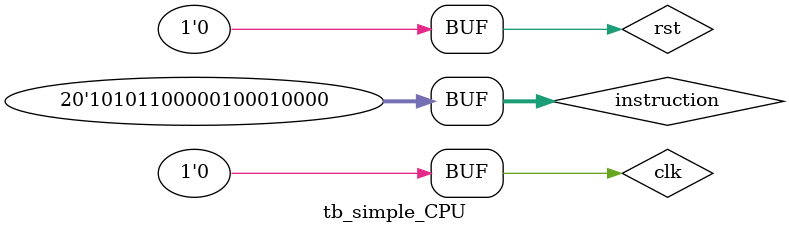
<source format=v>
`timescale 1ns / 1ps
 
module tb_simple_CPU;
       
    parameter DATA_WIDTH = 8; //8 bit wide data
    parameter ADDR_BITS = 5; //32 Addresses
    parameter INSTR_WIDTH =20; //20b instruction
   
    reg clk, rst;
    reg [INSTR_WIDTH-1:0] instruction;

    
    simple_cpu  #(DATA_WIDTH,ADDR_BITS,INSTR_WIDTH) SCPU_DUT(clk, rst, instruction);
    
    initial begin
      	
      	//display EPWave
      	$dumpfile("dump.vcd"); 
      	$dumpvars;
      
      
        clk = 1'b1;
        rst = 1'b1;
        instruction = 20'd0;
        repeat(3) #1 clk=!clk;
        rst = 1'b0;
        repeat(2) #1 clk=!clk;
                
                
        /*Info on the simple CPU:
            * Reset sets regfile = [0,1,2,3]
            * ADD = opcode 0, SUB = opcode 1  
        */
            
                                        //ADD:    reg0  = reg1 + reg3   //1+3=4
        //In the instruction this is:    (instr)  (X1)    (X2)   (X3)  
        instruction = 20'b01000111000000000000;
        repeat(8) #1 clk=!clk; //4 rising edges
        
                                        //ADD:    reg1  = reg0 + reg3   //4+3=7
        //In the instruction this is:    (instr)  (X1)    (X2)   (X3)
        instruction = 20'b01010011000000000000;
        repeat(6) #1 clk=!clk; 
                
                                         //SUB:   reg3  = reg0 - reg2  //4-2=2  
       //In the instruction this is:    (instr)  (X1)    (X2)   (X3) 
        instruction = 20'b01110010000000000001;
        repeat(6) #1 clk=!clk;
        
                                         //STORE_R:   DATA_MEM(reg2 + 15) = reg1  //DATA_MEM(2+15)=7  
        //In the instruction this is:    (instr)               (X2)         (X1)
        instruction = 20'b11011000000011110000;
        repeat(6) #1 clk=!clk;
        
                                           //STORE_R:   DATA_MEM(reg3 + 20) = reg0  //DATA_MEM(2+20)= 4  
        //In the instruction this is:    (instr)                 (X2)         (X1)
        instruction = 20'b11001100000101100000;
        repeat(6) #1 clk=!clk;

                                           //LOAD_R:   DATA_MEM(reg2 + 15) = reg3  //reg3 = DATA_MEM(2+15)  -> reg3 becomes 7  
        //In the instruction this is:    (instr)                (X2)         (X1)
        instruction = 20'b10111000000011110000;
      	repeat(8) #1 clk=!clk;
        
      
//LOAD_R 2
        instruction = 20'b10101100000100010000;
      	repeat(10) #1 clk=!clk;
        
        
    end
  
    
    
endmodule

</source>
